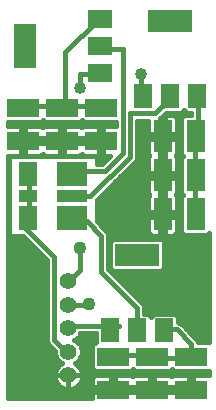
<source format=gtl>
G75*
G70*
%OFA0B0*%
%FSLAX24Y24*%
%IPPOS*%
%LPD*%
%AMOC8*
5,1,8,0,0,1.08239X$1,22.5*
%
%ADD10R,0.0760X0.1500*%
%ADD11R,0.0790X0.0590*%
%ADD12R,0.1500X0.0760*%
%ADD13R,0.0590X0.0790*%
%ADD14C,0.0555*%
%ADD15R,0.1063X0.0630*%
%ADD16R,0.0630X0.1063*%
%ADD17R,0.0630X0.0390*%
%ADD18R,0.0630X0.0830*%
%ADD19R,0.1020X0.0830*%
%ADD20R,0.1020X0.0390*%
%ADD21C,0.0160*%
%ADD22C,0.0436*%
%ADD23C,0.0400*%
D10*
X001500Y012080D03*
D11*
X004024Y012080D03*
X004024Y011174D03*
X004024Y012986D03*
D12*
X006350Y012930D03*
X005250Y005130D03*
D13*
X005250Y002606D03*
X004344Y002606D03*
X006156Y002606D03*
X006350Y010406D03*
X005444Y010406D03*
X007256Y010406D03*
D14*
X002959Y004255D03*
X002959Y003467D03*
X002959Y002680D03*
X002959Y001893D03*
X002959Y001105D03*
D15*
X004450Y000629D03*
X004450Y001731D03*
X005750Y001731D03*
X005750Y000629D03*
X007050Y000629D03*
X007050Y001731D03*
X004050Y008929D03*
X004050Y010031D03*
X002750Y010031D03*
X002750Y008929D03*
X001450Y008929D03*
X001450Y010031D03*
D16*
X006099Y009080D03*
X006099Y007780D03*
X006099Y006480D03*
X007201Y006480D03*
X007201Y007780D03*
X007201Y009080D03*
D17*
X001625Y007080D03*
D18*
X001625Y006350D03*
X001625Y007810D03*
D19*
X003080Y007810D03*
X003080Y006350D03*
D20*
X003080Y007080D03*
D21*
X000930Y008434D02*
X000930Y000360D01*
X003739Y000360D01*
X003739Y000551D01*
X004373Y000551D01*
X004373Y000706D01*
X004373Y001124D01*
X003895Y001124D01*
X003849Y001112D01*
X003808Y001088D01*
X003774Y001054D01*
X003751Y001013D01*
X003739Y000967D01*
X003739Y000706D01*
X004373Y000706D01*
X004527Y000706D01*
X004527Y001124D01*
X005005Y001124D01*
X005051Y001112D01*
X005092Y001088D01*
X005100Y001080D01*
X005108Y001088D01*
X005149Y001112D01*
X005195Y001124D01*
X005673Y001124D01*
X005673Y000706D01*
X005827Y000706D01*
X005827Y001124D01*
X006305Y001124D01*
X006351Y001112D01*
X006392Y001088D01*
X006400Y001080D01*
X006408Y001088D01*
X006449Y001112D01*
X006495Y001124D01*
X006973Y001124D01*
X006973Y000706D01*
X007127Y000706D01*
X007127Y001124D01*
X007605Y001124D01*
X007640Y001114D01*
X007640Y001256D01*
X006452Y001256D01*
X006400Y001308D01*
X006348Y001256D01*
X005152Y001256D01*
X005100Y001308D01*
X005048Y001256D01*
X003852Y001256D01*
X003759Y001350D01*
X003759Y002112D01*
X003852Y002206D01*
X003889Y002206D01*
X003889Y002520D01*
X003366Y002520D01*
X003330Y002432D01*
X003206Y002309D01*
X003151Y002286D01*
X003206Y002263D01*
X003330Y002140D01*
X003396Y001980D01*
X003396Y001806D01*
X003330Y001645D01*
X003206Y001522D01*
X003175Y001509D01*
X003198Y001496D01*
X003257Y001454D01*
X003308Y001403D01*
X003350Y001345D01*
X003383Y001281D01*
X003405Y001212D01*
X003416Y001141D01*
X003416Y001105D01*
X002959Y001105D01*
X002959Y001105D01*
X002959Y000648D01*
X002995Y000648D01*
X003066Y000659D01*
X003134Y000681D01*
X003198Y000714D01*
X003257Y000756D01*
X003308Y000807D01*
X003350Y000865D01*
X003383Y000930D01*
X003405Y000998D01*
X003416Y001069D01*
X003416Y001105D01*
X002959Y001105D01*
X002959Y001105D01*
X002959Y000648D01*
X002923Y000648D01*
X002852Y000659D01*
X002783Y000681D01*
X002719Y000714D01*
X002661Y000756D01*
X002610Y000807D01*
X002567Y000865D01*
X002535Y000930D01*
X002512Y000998D01*
X002501Y001069D01*
X002501Y001105D01*
X002959Y001105D01*
X002959Y001105D01*
X002501Y001105D01*
X002501Y001141D01*
X002512Y001212D01*
X002535Y001281D01*
X002567Y001345D01*
X002610Y001403D01*
X002661Y001454D01*
X002719Y001496D01*
X002743Y001509D01*
X002711Y001522D01*
X002588Y001645D01*
X002521Y001806D01*
X002521Y001909D01*
X002287Y002144D01*
X002250Y002232D01*
X002250Y004941D01*
X001441Y005750D01*
X001037Y005750D01*
X000990Y005797D01*
X000990Y008363D01*
X001037Y008410D01*
X003863Y008410D01*
X003910Y008363D01*
X003910Y008160D01*
X004071Y008160D01*
X004344Y008434D01*
X004127Y008434D01*
X004127Y008851D01*
X003973Y008851D01*
X003973Y008434D01*
X003495Y008434D01*
X003449Y008446D01*
X003408Y008470D01*
X003400Y008478D01*
X003392Y008470D01*
X003351Y008446D01*
X003305Y008434D01*
X002827Y008434D01*
X002827Y008851D01*
X002673Y008851D01*
X002673Y008434D01*
X002195Y008434D01*
X002149Y008446D01*
X002108Y008470D01*
X002100Y008478D01*
X002092Y008470D01*
X002051Y008446D01*
X002005Y008434D01*
X001527Y008434D01*
X001527Y008851D01*
X001373Y008851D01*
X001373Y008434D01*
X000930Y008434D01*
X000930Y008372D02*
X000998Y008372D01*
X000990Y008213D02*
X000930Y008213D01*
X000930Y008055D02*
X000990Y008055D01*
X000990Y007896D02*
X000930Y007896D01*
X000930Y007738D02*
X000990Y007738D01*
X000990Y007579D02*
X000930Y007579D01*
X000930Y007421D02*
X000990Y007421D01*
X000990Y007262D02*
X000930Y007262D01*
X000930Y007104D02*
X000990Y007104D01*
X000990Y006945D02*
X000930Y006945D01*
X000930Y006787D02*
X000990Y006787D01*
X000990Y006628D02*
X000930Y006628D01*
X000930Y006470D02*
X000990Y006470D01*
X000990Y006311D02*
X000930Y006311D01*
X000930Y006153D02*
X000990Y006153D01*
X000990Y005994D02*
X000930Y005994D01*
X000930Y005836D02*
X000990Y005836D01*
X000930Y005677D02*
X001514Y005677D01*
X001672Y005519D02*
X000930Y005519D01*
X000930Y005360D02*
X001831Y005360D01*
X001989Y005202D02*
X000930Y005202D01*
X000930Y005043D02*
X002148Y005043D01*
X002250Y004885D02*
X000930Y004885D01*
X000930Y004726D02*
X002250Y004726D01*
X002250Y004568D02*
X000930Y004568D01*
X000930Y004409D02*
X002250Y004409D01*
X002250Y004251D02*
X000930Y004251D01*
X000930Y004092D02*
X002250Y004092D01*
X002250Y003934D02*
X000930Y003934D01*
X000930Y003775D02*
X002250Y003775D01*
X002250Y003617D02*
X000930Y003617D01*
X000930Y003458D02*
X002250Y003458D01*
X002250Y003300D02*
X000930Y003300D01*
X000930Y003141D02*
X002250Y003141D01*
X002250Y002983D02*
X000930Y002983D01*
X000930Y002824D02*
X002250Y002824D01*
X002250Y002666D02*
X000930Y002666D01*
X000930Y002507D02*
X002250Y002507D01*
X002250Y002349D02*
X000930Y002349D01*
X000930Y002190D02*
X002267Y002190D01*
X002399Y002032D02*
X000930Y002032D01*
X000930Y001873D02*
X002521Y001873D01*
X002559Y001715D02*
X000930Y001715D01*
X000930Y001556D02*
X002677Y001556D01*
X002606Y001398D02*
X000930Y001398D01*
X000930Y001239D02*
X002521Y001239D01*
X002501Y001081D02*
X000930Y001081D01*
X000930Y000922D02*
X002539Y000922D01*
X002653Y000764D02*
X000930Y000764D01*
X000930Y000605D02*
X004373Y000605D01*
X004373Y000764D02*
X004527Y000764D01*
X004527Y000706D02*
X005039Y000706D01*
X005673Y000706D01*
X005673Y000551D01*
X004527Y000551D01*
X004527Y000706D01*
X004527Y000605D02*
X005673Y000605D01*
X005673Y000764D02*
X005827Y000764D01*
X005827Y000706D02*
X006461Y000706D01*
X006973Y000706D01*
X006973Y000551D01*
X005827Y000551D01*
X005827Y000706D01*
X005827Y000605D02*
X006973Y000605D01*
X006973Y000764D02*
X007127Y000764D01*
X007127Y000922D02*
X006973Y000922D01*
X006973Y001081D02*
X007127Y001081D01*
X007050Y001680D02*
X007050Y001731D01*
X007050Y002160D01*
X006570Y002640D01*
X006156Y002606D01*
X006611Y003068D02*
X006517Y003161D01*
X005794Y003161D01*
X005703Y003070D01*
X005611Y003161D01*
X005490Y003161D01*
X005490Y003408D01*
X005453Y003496D01*
X004290Y004659D01*
X004290Y005808D01*
X004253Y005896D01*
X004186Y005963D01*
X003910Y006239D01*
X003910Y006961D01*
X005213Y008264D01*
X005250Y008352D01*
X005250Y009600D01*
X005604Y009600D01*
X005604Y009157D01*
X006021Y009157D01*
X006021Y009003D01*
X005604Y009003D01*
X005604Y008525D01*
X005616Y008479D01*
X005640Y008438D01*
X005648Y008430D01*
X005640Y008422D01*
X005616Y008381D01*
X005604Y008335D01*
X005604Y007857D01*
X006021Y007857D01*
X006021Y007703D01*
X005604Y007703D01*
X005604Y007225D01*
X005616Y007179D01*
X005640Y007138D01*
X005648Y007130D01*
X005640Y007122D01*
X005616Y007081D01*
X005604Y007035D01*
X005604Y006557D01*
X006021Y006557D01*
X006021Y006403D01*
X005604Y006403D01*
X005604Y005925D01*
X005616Y005879D01*
X005640Y005838D01*
X005673Y005804D01*
X005714Y005781D01*
X005760Y005769D01*
X006021Y005769D01*
X006021Y006403D01*
X006176Y006403D01*
X006176Y006557D01*
X006594Y006557D01*
X006594Y007035D01*
X006582Y007081D01*
X006558Y007122D01*
X006550Y007130D01*
X006558Y007138D01*
X006582Y007179D01*
X006594Y007225D01*
X006594Y007703D01*
X006176Y007703D01*
X006176Y007857D01*
X006594Y007857D01*
X006594Y008335D01*
X006582Y008381D01*
X006558Y008422D01*
X006550Y008430D01*
X006558Y008438D01*
X006582Y008479D01*
X006594Y008525D01*
X006594Y009003D01*
X006176Y009003D01*
X006176Y009157D01*
X006594Y009157D01*
X006594Y009635D01*
X006582Y009681D01*
X006558Y009722D01*
X006524Y009756D01*
X006483Y009779D01*
X006437Y009791D01*
X006176Y009791D01*
X006176Y009157D01*
X006021Y009157D01*
X006021Y009672D01*
X006053Y009704D01*
X006201Y009851D01*
X006711Y009851D01*
X006803Y009943D01*
X006894Y009851D01*
X007050Y009851D01*
X007050Y009771D01*
X006820Y009771D01*
X006726Y009678D01*
X006726Y008482D01*
X006778Y008430D01*
X006726Y008378D01*
X006726Y007182D01*
X006778Y007130D01*
X006726Y007078D01*
X006726Y005882D01*
X006820Y005789D01*
X007582Y005789D01*
X007640Y005846D01*
X007640Y002206D01*
X007290Y002206D01*
X007290Y002208D01*
X007253Y002296D01*
X007186Y002363D01*
X006766Y002783D01*
X006762Y002792D01*
X006733Y002817D01*
X006706Y002843D01*
X006697Y002847D01*
X006689Y002854D01*
X006653Y002865D01*
X006618Y002880D01*
X006611Y002880D01*
X006611Y003068D01*
X006611Y002983D02*
X007640Y002983D01*
X007640Y003141D02*
X006537Y003141D01*
X006725Y002824D02*
X007640Y002824D01*
X007640Y002666D02*
X006884Y002666D01*
X007042Y002507D02*
X007640Y002507D01*
X007640Y002349D02*
X007201Y002349D01*
X007050Y001680D02*
X005850Y001680D01*
X005750Y001731D01*
X005730Y001800D01*
X004530Y001800D01*
X004450Y001731D01*
X004373Y001081D02*
X004527Y001081D01*
X004527Y000922D02*
X004373Y000922D01*
X003801Y001081D02*
X003416Y001081D01*
X003379Y000922D02*
X003739Y000922D01*
X003739Y000764D02*
X003264Y000764D01*
X002959Y000764D02*
X002959Y000764D01*
X002959Y000922D02*
X002959Y000922D01*
X002959Y001081D02*
X002959Y001081D01*
X003312Y001398D02*
X003759Y001398D01*
X003759Y001556D02*
X003241Y001556D01*
X003358Y001715D02*
X003759Y001715D01*
X003759Y001873D02*
X003396Y001873D01*
X003375Y002032D02*
X003759Y002032D01*
X003836Y002190D02*
X003280Y002190D01*
X003246Y002349D02*
X003889Y002349D01*
X003889Y002507D02*
X003361Y002507D01*
X002959Y002680D02*
X002970Y002760D01*
X004650Y002760D01*
X004344Y002606D01*
X003637Y003467D02*
X002959Y003467D01*
X002959Y004255D02*
X003330Y004626D01*
X003330Y005360D01*
X004050Y005760D02*
X003570Y006240D01*
X003090Y006240D01*
X003080Y006350D01*
X003080Y007080D02*
X003690Y007080D01*
X005010Y008400D01*
X005010Y009840D01*
X005850Y009840D01*
X006330Y010320D01*
X006350Y010406D01*
X006147Y009798D02*
X007050Y009798D01*
X006726Y009640D02*
X006593Y009640D01*
X006594Y009481D02*
X006726Y009481D01*
X006726Y009323D02*
X006594Y009323D01*
X006594Y009164D02*
X006726Y009164D01*
X006726Y009006D02*
X006176Y009006D01*
X006176Y009003D02*
X006176Y008491D01*
X006176Y007857D01*
X006021Y007857D01*
X006021Y009003D01*
X006176Y009003D01*
X006176Y008847D02*
X006021Y008847D01*
X006021Y008689D02*
X006176Y008689D01*
X006176Y008530D02*
X006021Y008530D01*
X006021Y008372D02*
X006176Y008372D01*
X006176Y008213D02*
X006021Y008213D01*
X006021Y008055D02*
X006176Y008055D01*
X006176Y007896D02*
X006021Y007896D01*
X006021Y007738D02*
X004687Y007738D01*
X004528Y007579D02*
X005604Y007579D01*
X005604Y007421D02*
X004370Y007421D01*
X004211Y007262D02*
X005604Y007262D01*
X005629Y007104D02*
X004053Y007104D01*
X003910Y006945D02*
X005604Y006945D01*
X005604Y006787D02*
X003910Y006787D01*
X003910Y006628D02*
X005604Y006628D01*
X005604Y006311D02*
X003910Y006311D01*
X003997Y006153D02*
X005604Y006153D01*
X005604Y005994D02*
X004155Y005994D01*
X004186Y005963D02*
X004186Y005963D01*
X004278Y005836D02*
X005642Y005836D01*
X006021Y005836D02*
X006176Y005836D01*
X006176Y005769D02*
X006437Y005769D01*
X006483Y005781D01*
X006524Y005804D01*
X006558Y005838D01*
X006582Y005879D01*
X006594Y005925D01*
X006594Y006403D01*
X006176Y006403D01*
X006176Y005769D01*
X006066Y005670D02*
X006160Y005576D01*
X006160Y004684D01*
X006066Y004590D01*
X004434Y004590D01*
X004340Y004684D01*
X004340Y005576D01*
X004434Y005670D01*
X006066Y005670D01*
X006160Y005519D02*
X007640Y005519D01*
X007640Y005677D02*
X004290Y005677D01*
X004290Y005519D02*
X004340Y005519D01*
X004340Y005360D02*
X004290Y005360D01*
X004290Y005202D02*
X004340Y005202D01*
X004340Y005043D02*
X004290Y005043D01*
X004290Y004885D02*
X004340Y004885D01*
X004340Y004726D02*
X004290Y004726D01*
X004382Y004568D02*
X007640Y004568D01*
X007640Y004726D02*
X006160Y004726D01*
X006160Y004885D02*
X007640Y004885D01*
X007640Y005043D02*
X006160Y005043D01*
X006160Y005202D02*
X007640Y005202D01*
X007640Y005360D02*
X006160Y005360D01*
X006555Y005836D02*
X006773Y005836D01*
X006726Y005994D02*
X006594Y005994D01*
X006594Y006153D02*
X006726Y006153D01*
X006726Y006311D02*
X006594Y006311D01*
X006726Y006470D02*
X006176Y006470D01*
X006176Y006557D02*
X006021Y006557D01*
X006021Y007069D01*
X006021Y007703D01*
X006176Y007703D01*
X006176Y006557D01*
X006176Y006628D02*
X006021Y006628D01*
X006021Y006470D02*
X003910Y006470D01*
X004050Y005760D02*
X004050Y004560D01*
X005250Y003360D01*
X005250Y002606D01*
X005632Y003141D02*
X005774Y003141D01*
X005490Y003300D02*
X007640Y003300D01*
X007640Y003458D02*
X005469Y003458D01*
X005333Y003617D02*
X007640Y003617D01*
X007640Y003775D02*
X005174Y003775D01*
X005016Y003934D02*
X007640Y003934D01*
X007640Y004092D02*
X004857Y004092D01*
X004699Y004251D02*
X007640Y004251D01*
X007640Y004409D02*
X004540Y004409D01*
X003650Y003480D02*
X003637Y003467D01*
X002490Y002280D02*
X002850Y001920D01*
X002959Y001893D01*
X002490Y002280D02*
X002490Y005040D01*
X001410Y006120D01*
X001530Y006240D01*
X001625Y006350D01*
X001650Y006360D01*
X001650Y007080D01*
X001625Y007080D01*
X001650Y007080D02*
X001650Y007800D01*
X001625Y007810D01*
X001527Y008530D02*
X001373Y008530D01*
X001373Y008689D02*
X001527Y008689D01*
X001527Y008847D02*
X001373Y008847D01*
X001527Y008851D02*
X001527Y009006D01*
X001373Y009006D01*
X001373Y009424D01*
X000930Y009424D01*
X000930Y009556D01*
X002048Y009556D01*
X002100Y009608D01*
X002152Y009556D01*
X003348Y009556D01*
X003400Y009608D01*
X003452Y009556D01*
X004530Y009556D01*
X004530Y009424D01*
X004127Y009424D01*
X004127Y009006D01*
X003973Y009006D01*
X003973Y009424D01*
X003495Y009424D01*
X003449Y009412D01*
X003408Y009388D01*
X003400Y009380D01*
X003392Y009388D01*
X003351Y009412D01*
X003305Y009424D01*
X002827Y009424D01*
X002827Y009006D01*
X002673Y009006D01*
X002673Y009424D01*
X002195Y009424D01*
X002149Y009412D01*
X002108Y009388D01*
X002100Y009380D01*
X002092Y009388D01*
X002051Y009412D01*
X002005Y009424D01*
X001527Y009424D01*
X001527Y009006D01*
X002161Y009006D01*
X002673Y009006D01*
X002673Y008851D01*
X001527Y008851D01*
X001527Y009006D02*
X002673Y009006D01*
X002673Y009164D02*
X002827Y009164D01*
X002827Y009006D02*
X003339Y009006D01*
X003973Y009006D01*
X003973Y008851D01*
X002827Y008851D01*
X002827Y009006D01*
X003973Y009006D01*
X003973Y009164D02*
X004127Y009164D01*
X004127Y009323D02*
X003973Y009323D01*
X003973Y008847D02*
X004127Y008847D01*
X004127Y008689D02*
X003973Y008689D01*
X003973Y008530D02*
X004127Y008530D01*
X004282Y008372D02*
X003902Y008372D01*
X003910Y008213D02*
X004124Y008213D01*
X004170Y007920D02*
X003090Y007920D01*
X003080Y007810D01*
X002827Y008530D02*
X002673Y008530D01*
X002673Y008689D02*
X002827Y008689D01*
X002827Y008847D02*
X002673Y008847D01*
X002673Y009323D02*
X002827Y009323D01*
X002750Y010031D02*
X002850Y010080D01*
X004050Y010080D01*
X004050Y010031D01*
X004530Y009481D02*
X000930Y009481D01*
X001373Y009323D02*
X001527Y009323D01*
X001527Y009164D02*
X001373Y009164D01*
X001450Y010031D02*
X001530Y010080D01*
X002730Y010080D01*
X002750Y010031D01*
X002850Y010080D02*
X002850Y011880D01*
X003930Y012960D01*
X004024Y012986D01*
X004024Y012080D02*
X004050Y012000D01*
X004770Y012000D01*
X004770Y008520D01*
X004170Y007920D01*
X004845Y007896D02*
X005604Y007896D01*
X005604Y008055D02*
X005004Y008055D01*
X005162Y008213D02*
X005604Y008213D01*
X005614Y008372D02*
X005250Y008372D01*
X005250Y008530D02*
X005604Y008530D01*
X005604Y008689D02*
X005250Y008689D01*
X005250Y008847D02*
X005604Y008847D01*
X005604Y009164D02*
X005250Y009164D01*
X005250Y009006D02*
X006021Y009006D01*
X006021Y009164D02*
X006176Y009164D01*
X006176Y009323D02*
X006021Y009323D01*
X006021Y009481D02*
X006176Y009481D01*
X006176Y009640D02*
X006021Y009640D01*
X005604Y009481D02*
X005250Y009481D01*
X005250Y009323D02*
X005604Y009323D01*
X005250Y010200D02*
X005370Y010320D01*
X005444Y010406D01*
X005370Y010440D01*
X005370Y011160D01*
X004024Y011174D02*
X003930Y011160D01*
X003330Y011160D01*
X003330Y010680D01*
X006021Y007579D02*
X006176Y007579D01*
X006176Y007738D02*
X006726Y007738D01*
X006726Y007896D02*
X006594Y007896D01*
X006594Y008055D02*
X006726Y008055D01*
X006726Y008213D02*
X006594Y008213D01*
X006584Y008372D02*
X006726Y008372D01*
X006726Y008530D02*
X006594Y008530D01*
X006594Y008689D02*
X006726Y008689D01*
X006726Y008847D02*
X006594Y008847D01*
X007170Y009000D02*
X007201Y009080D01*
X007290Y009120D01*
X007290Y010320D01*
X007256Y010406D01*
X007170Y009000D02*
X007170Y007800D01*
X007201Y007780D01*
X007170Y007680D01*
X007170Y006480D01*
X007201Y006480D01*
X006726Y006628D02*
X006594Y006628D01*
X006594Y006787D02*
X006726Y006787D01*
X006726Y006945D02*
X006594Y006945D01*
X006568Y007104D02*
X006752Y007104D01*
X006726Y007262D02*
X006594Y007262D01*
X006594Y007421D02*
X006726Y007421D01*
X006726Y007579D02*
X006594Y007579D01*
X006176Y007421D02*
X006021Y007421D01*
X006021Y007262D02*
X006176Y007262D01*
X006176Y007104D02*
X006021Y007104D01*
X006021Y006945D02*
X006176Y006945D01*
X006176Y006787D02*
X006021Y006787D01*
X006021Y006311D02*
X006176Y006311D01*
X006176Y006153D02*
X006021Y006153D01*
X006021Y005994D02*
X006176Y005994D01*
X007629Y005836D02*
X007640Y005836D01*
X007640Y001239D02*
X003396Y001239D01*
X003739Y000447D02*
X000930Y000447D01*
X005099Y001081D02*
X005101Y001081D01*
X005673Y001081D02*
X005827Y001081D01*
X005827Y000922D02*
X005673Y000922D01*
X006399Y001081D02*
X006401Y001081D01*
D22*
X007150Y004180D03*
X003650Y003480D03*
X003330Y005360D03*
D23*
X003330Y010680D03*
X005370Y011160D03*
M02*

</source>
